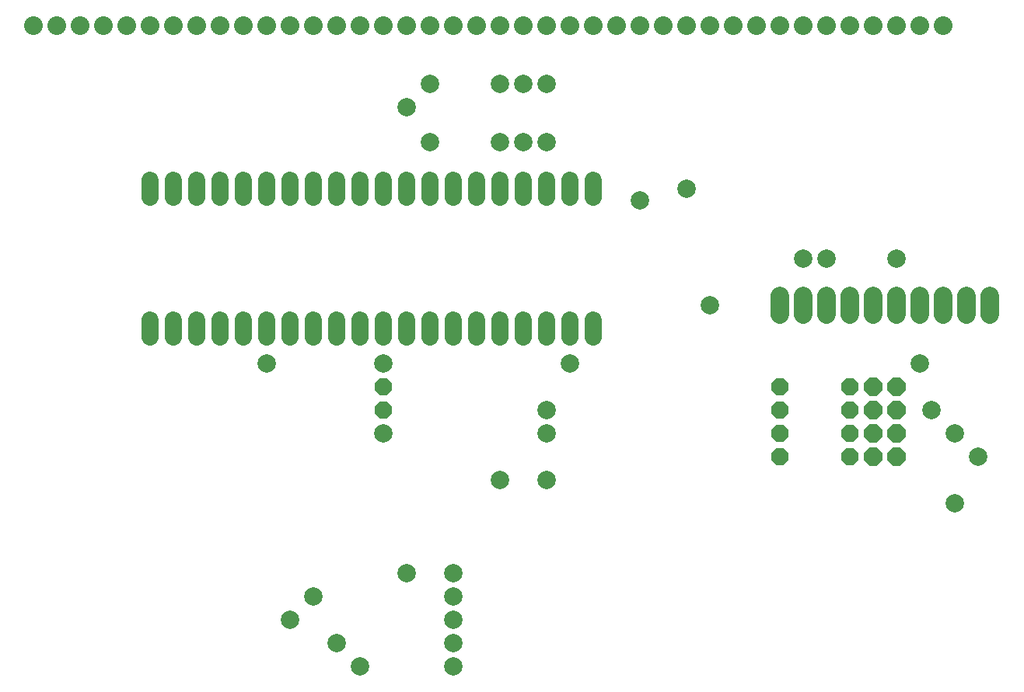
<source format=gbr>
G04 EAGLE Gerber RS-274X export*
G75*
%MOMM*%
%FSLAX34Y34*%
%LPD*%
%INTop Copper*%
%IPPOS*%
%AMOC8*
5,1,8,0,0,1.08239X$1,22.5*%
G01*
%ADD10C,1.828800*%
%ADD11C,2.032000*%
%ADD12C,2.032000*%
%ADD13P,1.979475X8X292.500000*%
%ADD14P,1.979475X8X22.500000*%
%ADD15P,2.199416X8X292.500000*%
%ADD16C,2.000000*%


D10*
X177800Y638556D02*
X177800Y656844D01*
X203200Y656844D02*
X203200Y638556D01*
X330200Y638556D02*
X330200Y656844D01*
X355600Y656844D02*
X355600Y638556D01*
X228600Y638556D02*
X228600Y656844D01*
X254000Y656844D02*
X254000Y638556D01*
X304800Y638556D02*
X304800Y656844D01*
X279400Y656844D02*
X279400Y638556D01*
X381000Y638556D02*
X381000Y656844D01*
X406400Y656844D02*
X406400Y638556D01*
X431800Y638556D02*
X431800Y656844D01*
X457200Y656844D02*
X457200Y638556D01*
X482600Y638556D02*
X482600Y656844D01*
X508000Y656844D02*
X508000Y638556D01*
X533400Y638556D02*
X533400Y656844D01*
X558800Y656844D02*
X558800Y638556D01*
X584200Y638556D02*
X584200Y656844D01*
X609600Y656844D02*
X609600Y638556D01*
X635000Y638556D02*
X635000Y656844D01*
X660400Y656844D02*
X660400Y638556D01*
X660400Y790956D02*
X660400Y809244D01*
X635000Y809244D02*
X635000Y790956D01*
X609600Y790956D02*
X609600Y809244D01*
X584200Y809244D02*
X584200Y790956D01*
X558800Y790956D02*
X558800Y809244D01*
X533400Y809244D02*
X533400Y790956D01*
X508000Y790956D02*
X508000Y809244D01*
X482600Y809244D02*
X482600Y790956D01*
X457200Y790956D02*
X457200Y809244D01*
X431800Y809244D02*
X431800Y790956D01*
X406400Y790956D02*
X406400Y809244D01*
X381000Y809244D02*
X381000Y790956D01*
X355600Y790956D02*
X355600Y809244D01*
X330200Y809244D02*
X330200Y790956D01*
X304800Y790956D02*
X304800Y809244D01*
X279400Y809244D02*
X279400Y790956D01*
X254000Y790956D02*
X254000Y809244D01*
X228600Y809244D02*
X228600Y790956D01*
X203200Y790956D02*
X203200Y809244D01*
X177800Y809244D02*
X177800Y790956D01*
D11*
X50800Y977900D03*
X76200Y977900D03*
X101600Y977900D03*
X127000Y977900D03*
X152400Y977900D03*
X177800Y977900D03*
X203200Y977900D03*
X228600Y977900D03*
X254000Y977900D03*
X279400Y977900D03*
X304800Y977900D03*
X330200Y977900D03*
X355600Y977900D03*
X381000Y977900D03*
X406400Y977900D03*
X431800Y977900D03*
X457200Y977900D03*
X482600Y977900D03*
X508000Y977900D03*
X533400Y977900D03*
X558800Y977900D03*
X584200Y977900D03*
X609600Y977900D03*
X635000Y977900D03*
X660400Y977900D03*
X685800Y977900D03*
X711200Y977900D03*
X736600Y977900D03*
X762000Y977900D03*
X787400Y977900D03*
X812800Y977900D03*
X838200Y977900D03*
X863600Y977900D03*
X889000Y977900D03*
X914400Y977900D03*
X939800Y977900D03*
X965200Y977900D03*
X990600Y977900D03*
X1016000Y977900D03*
X1041400Y977900D03*
D12*
X863600Y683260D02*
X863600Y662940D01*
X889000Y662940D02*
X889000Y683260D01*
X914400Y683260D02*
X914400Y662940D01*
X939800Y662940D02*
X939800Y683260D01*
X965200Y683260D02*
X965200Y662940D01*
X990600Y662940D02*
X990600Y683260D01*
X1016000Y683260D02*
X1016000Y662940D01*
X1041400Y662940D02*
X1041400Y683260D01*
X1066800Y683260D02*
X1066800Y662940D01*
X1092200Y662940D02*
X1092200Y683260D01*
D13*
X431800Y584200D03*
X431800Y558800D03*
D14*
X863600Y584200D03*
X939800Y584200D03*
X863600Y558800D03*
X939800Y558800D03*
X863600Y533400D03*
X939800Y533400D03*
X863600Y508000D03*
X939800Y508000D03*
D15*
X965200Y584200D03*
X990600Y584200D03*
X965200Y558800D03*
X990600Y558800D03*
X965200Y533400D03*
X990600Y533400D03*
X965200Y508000D03*
X990600Y508000D03*
D16*
X558800Y914400D03*
X304800Y609600D03*
X584200Y914400D03*
X558800Y482600D03*
X609600Y482600D03*
X1016000Y609600D03*
X609600Y914400D03*
X635000Y609600D03*
X762000Y800100D03*
X711200Y787400D03*
X508000Y381000D03*
X457200Y381000D03*
X508000Y355600D03*
X355600Y355600D03*
X508000Y330200D03*
X330200Y330200D03*
X508000Y304800D03*
X381000Y304800D03*
X508000Y279400D03*
X406400Y279400D03*
X1054100Y533400D03*
X1054100Y457200D03*
X584200Y850900D03*
X1079500Y508000D03*
X558800Y850900D03*
X1028700Y558800D03*
X609600Y850900D03*
X990600Y723900D03*
X482600Y850900D03*
X914400Y723900D03*
X457200Y889000D03*
X787400Y673100D03*
X609600Y533400D03*
X431800Y533400D03*
X482600Y914400D03*
X431800Y609600D03*
X609600Y558800D03*
X889000Y723900D03*
M02*

</source>
